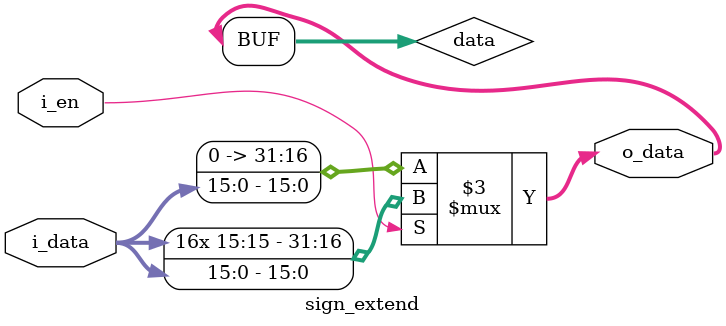
<source format=v>
module sign_extend(i_data, i_en, o_data);

input	i_en;
input   [15:0]  i_data;
output  [31:0]  o_data;

reg [31:0] data;

assign o_data = data;

always @* begin
    if (i_en)
        data <= { { 16{i_data[15]} }, i_data };
    else
        data <= { 16'd0, i_data };
end

endmodule

</source>
